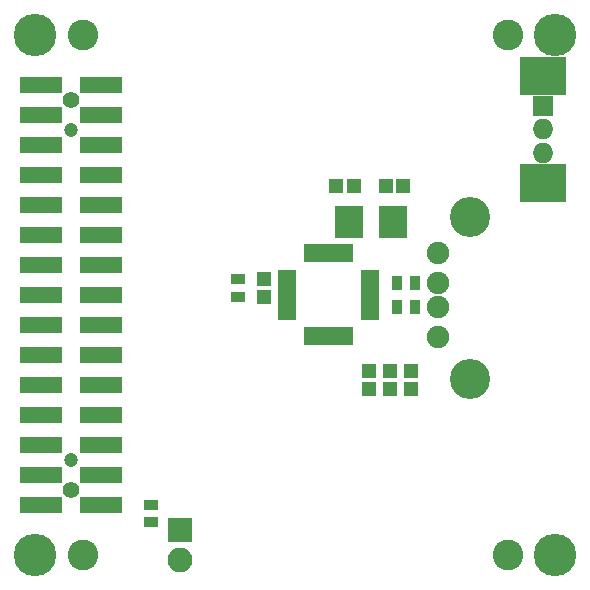
<source format=gts>
G04 #@! TF.FileFunction,Soldermask,Top*
%FSLAX46Y46*%
G04 Gerber Fmt 4.6, Leading zero omitted, Abs format (unit mm)*
G04 Created by KiCad (PCBNEW 4.0.7) date 07/27/18 08:10:25*
%MOMM*%
%LPD*%
G01*
G04 APERTURE LIST*
%ADD10C,0.100000*%
%ADD11C,3.600000*%
%ADD12R,1.150000X1.200000*%
%ADD13R,1.200000X1.150000*%
%ADD14C,2.600000*%
%ADD15R,0.900000X1.300000*%
%ADD16R,1.300000X0.900000*%
%ADD17R,1.543000X0.654000*%
%ADD18R,0.654000X1.543000*%
%ADD19R,2.400000X2.800000*%
%ADD20R,2.100000X2.100000*%
%ADD21O,2.100000X2.100000*%
%ADD22C,1.900000*%
%ADD23C,3.400000*%
%ADD24R,3.900000X3.200000*%
%ADD25R,1.750000X1.750000*%
%ADD26O,1.750000X1.750000*%
%ADD27C,1.200000*%
%ADD28C,1.400000*%
%ADD29R,3.550000X1.400000*%
G04 APERTURE END LIST*
D10*
D11*
X151000000Y-86000000D03*
X107000000Y-130000000D03*
D12*
X138814000Y-115970000D03*
X138814000Y-114470000D03*
X135242000Y-115970000D03*
X135242000Y-114470000D03*
X137020000Y-115970000D03*
X137020000Y-114470000D03*
X126400000Y-108150000D03*
X126400000Y-106650000D03*
D13*
X133950000Y-98800000D03*
X132450000Y-98800000D03*
X136650000Y-98800000D03*
X138150000Y-98800000D03*
D11*
X107000000Y-86000000D03*
X151000000Y-130000000D03*
D14*
X111000000Y-130000000D03*
X111000000Y-86000000D03*
X147000000Y-86000000D03*
X147000000Y-130000000D03*
D15*
X137650000Y-107000000D03*
X139150000Y-107000000D03*
X137650000Y-109000000D03*
X139150000Y-109000000D03*
D16*
X124200000Y-108150000D03*
X124200000Y-106650000D03*
D17*
X128300000Y-106250000D03*
X128300000Y-106750000D03*
X128300000Y-107250000D03*
X128300000Y-107750000D03*
X128300000Y-108250000D03*
X128300000Y-108750000D03*
X128300000Y-109250000D03*
X128300000Y-109750000D03*
D18*
X130050000Y-111500000D03*
X130550000Y-111500000D03*
X131050000Y-111500000D03*
X131550000Y-111500000D03*
X132050000Y-111500000D03*
X132550000Y-111500000D03*
X133050000Y-111500000D03*
X133550000Y-111500000D03*
D17*
X135300000Y-109750000D03*
X135300000Y-109250000D03*
X135300000Y-108750000D03*
X135300000Y-108250000D03*
X135300000Y-107750000D03*
X135300000Y-107250000D03*
X135300000Y-106750000D03*
X135300000Y-106250000D03*
D18*
X133550000Y-104500000D03*
X133050000Y-104500000D03*
X132550000Y-104500000D03*
X132050000Y-104500000D03*
X131550000Y-104500000D03*
X131050000Y-104500000D03*
X130550000Y-104500000D03*
X130050000Y-104500000D03*
D19*
X133550000Y-101800000D03*
X137250000Y-101800000D03*
D20*
X119240000Y-127920000D03*
D21*
X119240000Y-130460000D03*
D22*
X141100000Y-104452400D03*
X141100000Y-106992400D03*
X141100000Y-109022400D03*
X141100000Y-111562400D03*
D23*
X143770000Y-101402400D03*
X143770000Y-115122400D03*
D24*
X150000000Y-98500000D03*
D25*
X150000000Y-92000000D03*
D26*
X150000000Y-94000000D03*
X150000000Y-96000000D03*
D24*
X150000000Y-89500000D03*
D16*
X116827000Y-125773000D03*
X116827000Y-127273000D03*
D27*
X110000000Y-121970000D03*
D28*
X110000000Y-124510000D03*
D27*
X110000000Y-94030000D03*
X108095000Y-90220000D03*
D29*
X107475000Y-90220000D03*
X107475000Y-102920000D03*
X107475000Y-100380000D03*
X107475000Y-97840000D03*
X107475000Y-95300000D03*
X107475000Y-92760000D03*
D27*
X106825000Y-90220000D03*
D29*
X112525000Y-90220000D03*
X112525000Y-92760000D03*
X112525000Y-95300000D03*
X112525000Y-97840000D03*
X112525000Y-100380000D03*
X112525000Y-102920000D03*
X107475000Y-105460000D03*
X112525000Y-105460000D03*
X107475000Y-108000000D03*
X112525000Y-108000000D03*
X107475000Y-110540000D03*
X112525000Y-110540000D03*
X107475000Y-113080000D03*
X112525000Y-113080000D03*
X107475000Y-115620000D03*
X112525000Y-115620000D03*
X107475000Y-118160000D03*
X112525000Y-118160000D03*
X107475000Y-120700000D03*
X112525000Y-120700000D03*
X107475000Y-123240000D03*
X112525000Y-123240000D03*
X107475000Y-125780000D03*
X112525000Y-125780000D03*
D27*
X111905000Y-90220000D03*
X106825000Y-92760000D03*
X111905000Y-92760000D03*
X106825000Y-95300000D03*
X111905000Y-95300000D03*
X106825000Y-97840000D03*
X111905000Y-97840000D03*
X106825000Y-100380000D03*
X111905000Y-100380000D03*
X106825000Y-102920000D03*
X111905000Y-102920000D03*
X106825000Y-105460000D03*
X111905000Y-105460000D03*
X106825000Y-108000000D03*
X111905000Y-108000000D03*
X106825000Y-110540000D03*
X111905000Y-110540000D03*
X106825000Y-113080000D03*
X111905000Y-113080000D03*
X106825000Y-115620000D03*
X111905000Y-115620000D03*
X106825000Y-118160000D03*
X111905000Y-118160000D03*
X106825000Y-120700000D03*
X111905000Y-120700000D03*
X106825000Y-123240000D03*
X111905000Y-123240000D03*
X106825000Y-125780000D03*
X111905000Y-125780000D03*
X113175000Y-90220000D03*
X108095000Y-92760000D03*
X113175000Y-92760000D03*
X108095000Y-95300000D03*
X113175000Y-95300000D03*
X108095000Y-97840000D03*
X113175000Y-97840000D03*
X108095000Y-100380000D03*
X113175000Y-100380000D03*
X108095000Y-102920000D03*
X113175000Y-102920000D03*
X108095000Y-105460000D03*
X113175000Y-105460000D03*
X108095000Y-108000000D03*
X113175000Y-108000000D03*
X108095000Y-110540000D03*
X113175000Y-110540000D03*
X108095000Y-113080000D03*
X113175000Y-113080000D03*
X108095000Y-115620000D03*
X113175000Y-115620000D03*
X108095000Y-118160000D03*
X113175000Y-118160000D03*
X108095000Y-120700000D03*
X113175000Y-120700000D03*
X108095000Y-123240000D03*
X113175000Y-123240000D03*
X108095000Y-125780000D03*
X113175000Y-125780000D03*
D28*
X110000000Y-91490000D03*
M02*

</source>
